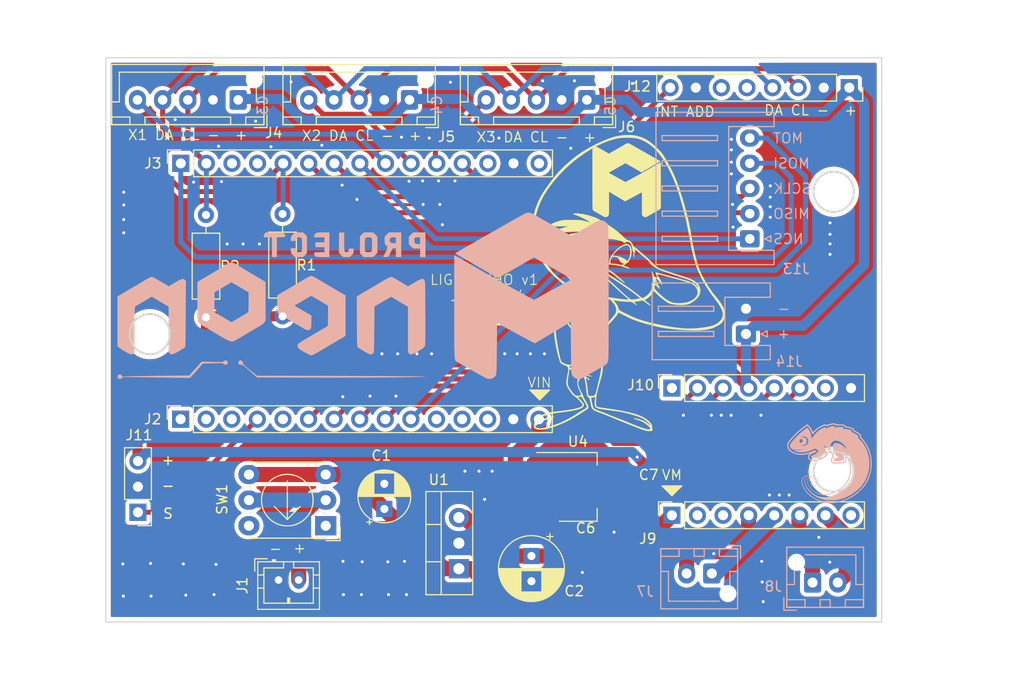
<source format=kicad_pcb>
(kicad_pcb (version 20221018) (generator pcbnew)
  (layers (0 "F.Cu" signal) (31 "B.Cu" signal) (34 "B.Paste" user) (35 "F.Paste" user) (36 "B.SilkS" user "B.Silkscreen") (37 "F.SilkS" user "F.Silkscreen") (38 "B.Mask" user) (39 "F.Mask" user) (44 "Edge.Cuts" user))
  (net 0 "")
  (net 1 "GND")
  (net 2 "5V")
  (net 3 "2s")
  (net 7 "IR")
  (net 9 "AIN1")
  (net 10 "AIN2")
  (net 11 "BIN1")
  (net 12 "BIN2")
  (net 13 "motion")
  (net 17 "MOSI sm")
  (net 18 "SCL")
  (net 21 "SDA")
  (net 22 "MISO sm")
  (net 23 "sclk")
  (net 24 "SS{slash}CS")
  (net 25 "XSHUT1")
  (net 26 "XSHUT2")
  (net 27 "XSHUT3")
  (net 28 "INT")
  (net 30 "3V3")
  (net 31 "AO2")
  (net 32 "AO1")
  (net 33 "BO2")
  (net 34 "BO1")
  (net 43 "Net-(J1-Pin_2)")
  (footprint "Logos:ligeirinho" (layer "F.Cu") (at 151.57 122.35)
    (fp_text reference "G***" hide)
    (fp_text value "LOGO" hide)
  )
  (footprint "Resistor_THT:R_Axial_DIN0207_L6.3mm_D2.5mm_P10.16mm_Horizontal" (layer "F.Cu") (at 109.94 115.6 -90)
    (fp_text reference "R2" (at 5.08 -2.37 -180) (layer "F.SilkS"))
    (fp_text value "4k7")
    (pad "1" thru_hole circle (at 0 0 270) (size 1.6 1.6) (drill 0.8) (layers "*.Cu" "*.Mask") (net 18 "SCL"))
    (pad "2" thru_hole oval (at 10.16 0 270) (size 1.6 1.6) (drill 0.8) (layers "*.Cu" "*.Mask") (net 30 "3V3"))
  )
  (footprint "Connector_PinSocket_2.54mm:PinSocket_1x08_P2.54mm_Vertical" (layer "F.Cu") (at 156.18 132.78 90)
    (fp_text reference "J10" (at 0.3 -3.09 180) (layer "F.SilkS"))
    (fp_text value "ponte H ld ESP")
    (pad "1" thru_hole rect (at 0 0 90) (size 1.7 1.7) (drill 1) (layers "*.Cu" "*.Mask"))
    (pad "2" thru_hole oval (at 0 2.54 90) (size 1.7 1.7) (drill 1) (layers "*.Cu" "*.Mask") (net 9 "AIN1"))
    (pad "3" thru_hole oval (at 0 5.08 90) (size 1.7 1.7) (drill 1) (layers "*.Cu" "*.Mask") (net 10 "AIN2"))
    (pad "4" thru_hole oval (at 0 7.62 90) (size 1.7 1.7) (drill 1) (layers "*.Cu" "*.Mask") (net 30 "3V3"))
    (pad "5" thru_hole oval (at 0 10.16 90) (size 1.7 1.7) (drill 1) (layers "*.Cu" "*.Mask") (net 11 "BIN1"))
    (pad "6" thru_hole oval (at 0 12.7 90) (size 1.7 1.7) (drill 1) (layers "*.Cu" "*.Mask") (net 12 "BIN2"))
    (pad "7" thru_hole oval (at 0 15.24 90) (size 1.7 1.7) (drill 1) (layers "*.Cu" "*.Mask"))
    (pad "8" thru_hole oval (at 0 17.78 90) (size 1.7 1.7) (drill 1) (layers "*.Cu" "*.Mask") (net 1 "GND"))
  )
  (footprint "Connector_PinHeader_2.54mm:PinHeader_1x03_P2.54mm_Vertical" (layer "F.Cu") (at 103.19 145.11 180)
    (fp_text reference "J11" (at -0.11 7.66) (layer "F.SilkS"))
    (fp_text value "VS1838B")
    (pad "1" thru_hole rect (at 0 0 180) (size 1.7 1.7) (drill 1) (layers "*.Cu" "*.Mask") (net 7 "IR"))
    (pad "2" thru_hole oval (at 0 2.54 180) (size 1.7 1.7) (drill 1) (layers "*.Cu" "*.Mask") (net 1 "GND"))
    (pad "3" thru_hole oval (at 0 5.08 180) (size 1.7 1.7) (drill 1) (layers "*.Cu" "*.Mask") (net 30 "3V3"))
  )
  (footprint "Connector_JST:JST_PH_B2B-PH-K_1x02_P2.00mm_Vertical" (layer "F.Cu") (at 117.14 151.83)
    (fp_text reference "J1" (at -3.6 0.55 90) (layer "F.SilkS"))
    (fp_text value "Bateria")
    (pad "1" thru_hole roundrect (at 0 0) (size 1.2 1.75) (drill 0.75) (layers "*.Cu" "*.Mask") (roundrect_rratio 0.2083333333) (net 1 "GND"))
    (pad "2" thru_hole oval (at 2 0) (size 1.2 1.75) (drill 0.75) (layers "*.Cu" "*.Mask") (net 43 "Net-(J1-Pin_2)"))
  )
  (footprint "Connector_PinSocket_2.54mm:PinSocket_1x08_P2.54mm_Vertical" (layer "F.Cu") (at 173.79 102.97 -90)
    (fp_text reference "J12" (at -0.13 21.04 -180) (layer "F.SilkS"))
    (fp_text value "MPU6050")
    (pad "1" thru_hole rect (at 0 0 270) (size 1.7 1.7) (drill 1) (layers "*.Cu" "*.Mask") (net 30 "3V3"))
    (pad "2" thru_hole oval (at 0 2.54 270) (size 1.7 1.7) (drill 1) (layers "*.Cu" "*.Mask") (net 1 "GND"))
    (pad "3" thru_hole oval (at 0 5.08 270) (size 1.7 1.7) (drill 1) (layers "*.Cu" "*.Mask") (net 18 "SCL"))
    (pad "4" thru_hole oval (at 0 7.62 270) (size 1.7 1.7) (drill 1) (layers "*.Cu" "*.Mask") (net 21 "SDA"))
    (pad "5" thru_hole oval (at 0 10.16 270) (size 1.7 1.7) (drill 1) (layers "*.Cu" "*.Mask"))
    (pad "6" thru_hole oval (at 0 12.7 270) (size 1.7 1.7) (drill 1) (layers "*.Cu" "*.Mask"))
    (pad "7" thru_hole oval (at 0 15.24 270) (size 1.7 1.7) (drill 1) (layers "*.Cu" "*.Mask") (net 1 "GND"))
    (pad "8" thru_hole oval (at 0 17.78 270) (size 1.7 1.7) (drill 1) (layers "*.Cu" "*.Mask") (net 28 "INT"))
  )
  (footprint "Package_TO_SOT_THT:TO-220-3_Vertical" (layer "F.Cu") (at 135.04 150.71 90)
    (fp_text reference "U1" (at 8.83 -2 180) (layer "F.SilkS"))
    (fp_text value "LM7805_TO220")
    (pad "1" thru_hole rect (at 0 0 90) (size 1.905 2) (drill 1.1) (layers "*.Cu" "*.Mask") (net 3 "2s"))
    (pad "2" thru_hole oval (at 2.54 0 90) (size 1.905 2) (drill 1.1) (layers "*.Cu" "*.Mask") (net 1 "GND"))
    (pad "3" thru_hole oval (at 5.08 0 90) (size 1.905 2) (drill 1.1) (layers "*.Cu" "*.Mask") (net 2 "5V"))
  )
  (footprint "Package_TO_SOT_SMD:SOT-223-3_TabPin2" (layer "F.Cu") (at 146.85 142.59)
    (fp_text reference "U4" (at 0 -4.5) (layer "F.SilkS"))
    (fp_text value "AMS1117-3.3")
    (pad "1" smd rect (at -3.15 -2.3) (size 2 1.5) (layers "F.Cu" "F.Paste" "F.Mask") (net 1 "GND"))
    (pad "2" smd rect (at -3.15 0) (size 2 1.5) (layers "F.Cu" "F.Paste" "F.Mask") (net 30 "3V3"))
    (pad "2" smd rect (at 3.15 0) (size 2 3.8) (layers "F.Cu" "F.Paste" "F.Mask") (net 30 "3V3"))
    (pad "3" smd rect (at -3.15 2.3) (size 2 1.5) (layers "F.Cu" "F.Paste" "F.Mask") (net 2 "5V"))
  )
  (footprint "Connector_JST:JST_XH_B5B-XH-AM_1x05_P2.50mm_Vertical" (layer "F.Cu") (at 147.74 104.18 180)
    (fp_text reference "J6" (at -3.95 -2.68) (layer "F.SilkS"))
    (fp_text value "VL53L0X  3")
    (pad "" np_thru_hole circle (at -1.6 2 180) (size 1.2 1.2) (drill 1.2) (layers "*.Cu" "*.Mask"))
    (pad "1" thru_hole roundrect (at 0 0 180) (size 1.7 1.95) (drill 0.95) (layers "*.Cu" "*.Mask") (roundrect_rratio 0.1470588235) (net 30 "3V3"))
    (pad "2" thru_hole oval (at 2.5 0 180) (size 1.7 1.95) (drill 0.95) (layers "*.Cu" "*.Mask") (net 1 "GND"))
    (pad "3" thru_hole oval (at 5 0 180) (size 1.7 1.95) (drill 0.95) (layers "*.Cu" "*.Mask") (net 18 "SCL"))
    (pad "4" thru_hole oval (at 7.5 0 180) (size 1.7 1.95) (drill 0.95) (layers "*.Cu" "*.Mask") (net 21 "SDA"))
    (pad "5" thru_hole oval (at 10 0 180) (size 1.7 1.95) (drill 0.95) (layers "*.Cu" "*.Mask") (net 27 "XSHUT3"))
  )
  (footprint "Capacitor_THT:CP_Radial_D5.0mm_P2.50mm" (layer "F.Cu") (at 127.64 144.78 90)
    (fp_text reference "C1" (at 5.3 -0.3 180) (layer "F.SilkS"))
    (fp_text value "10uF")
    (pad "1" thru_hole rect (at 0 0 90) (size 1.6 1.6) (drill 0.8) (layers "*.Cu" "*.Mask") (net 3 "2s"))
    (pad "2" thru_hole circle (at 2.5 0 90) (size 1.6 1.6) (drill 0.8) (layers "*.Cu" "*.Mask") (net 1 "GND"))
  )
  (footprint "Capacitor_THT:CP_Radial_D6.3mm_P2.50mm" (layer "F.Cu") (at 142.24 149.447621 -90)
    (fp_text reference "C2" (at 3.482379 -4.25 -180) (layer "F.SilkS"))
    (fp_text value "100uF")
    (pad "1" thru_hole rect (at 0 0 270) (size 1.6 1.6) (drill 0.8) (layers "*.Cu" "*.Mask") (net 2 "5V"))
    (pad "2" thru_hole circle (at 2.5 0 270) (size 1.6 1.6) (drill 0.8) (layers "*.Cu" "*.Mask") (net 1 "GND"))
  )
  (footprint "Connector_JST:JST_XH_B5B-XH-AM_1x05_P2.50mm_Vertical" (layer "F.Cu") (at 130.14 104.18 180)
    (fp_text reference "J5" (at -3.66 -3.66) (layer "F.SilkS"))
    (fp_text value "VL53L0X  2")
    (pad "" np_thru_hole circle (at -1.6 2 180) (size 1.2 1.2) (drill 1.2) (layers "*.Cu" "*.Mask"))
    (pad "1" thru_hole roundrect (at 0 0 180) (size 1.7 1.95) (drill 0.95) (layers "*.Cu" "*.Mask") (roundrect_rratio 0.1470588235) (net 30 "3V3"))
    (pad "2" thru_hole oval (at 2.5 0 180) (size 1.7 1.95) (drill 0.95) (layers "*.Cu" "*.Mask") (net 1 "GND"))
    (pad "3" thru_hole oval (at 5 0 180) (size 1.7 1.95) (drill 0.95) (layers "*.Cu" "*.Mask") (net 18 "SCL"))
    (pad "4" thru_hole oval (at 7.5 0 180) (size 1.7 1.95) (drill 0.95) (layers "*.Cu" "*.Mask") (net 21 "SDA"))
    (pad "5" thru_hole oval (at 10 0 180) (size 1.7 1.95) (drill 0.95) (layers "*.Cu" "*.Mask") (net 26 "XSHUT2"))
  )
  (footprint "Resistor_THT:R_Axial_DIN0207_L6.3mm_D2.5mm_P10.16mm_Horizontal" (layer "F.Cu") (at 117.54 115.5 -90)
    (fp_text reference "R1" (at 5.08 -2.37 -180) (layer "F.SilkS"))
    (fp_text value "4k7")
    (pad "1" thru_hole circle (at 0 0 270) (size 1.6 1.6) (drill 0.8) (layers "*.Cu" "*.Mask") (net 21 "SDA"))
    (pad "2" thru_hole oval (at 10.16 0 270) (size 1.6 1.6) (drill 0.8) (layers "*.Cu" "*.Mask") (net 30 "3V3"))
  )
  (footprint "Capacitor_SMD:C_0201_0603Metric" (layer "F.Cu") (at 153.875 142.44)
    (fp_text reference "C7" (at 0 -1.05) (layer "F.SilkS"))
    (fp_text value "10uF")
    (pad "1" smd roundrect (at -0.32 0) (size 0.46 0.4) (layers "F.Cu" "F.Mask") (net 30 "3V3"))
    (pad "2" smd roundrect (at 0.32 0) (size 0.46 0.4) (layers "F.Cu" "F.Mask") (net 1 "GND"))
  )
  (footprint "Connector_PinSocket_2.54mm:PinSocket_1x15_P2.54mm_Vertical" (layer "F.Cu") (at 107.44 110.48 90)
    (fp_text reference "J3" (at 0 -2.77 180) (layer "F.SilkS"))
    (fp_text value "ESP32 dir")
    (pad "1" thru_hole rect (at 0 0 90) (size 1.7 1.7) (drill 1) (layers "*.Cu" "*.Mask") (net 17 "MOSI sm"))
    (pad "2" thru_hole oval (at 0 2.54 90) (size 1.7 1.7) (drill 1) (layers "*.Cu" "*.Mask") (net 18 "SCL"))
    (pad "3" thru_hole oval (at 0 5.08 90) (size 1.7 1.7) (drill 1) (layers "*.Cu" "*.Mask"))
    (pad "4" thru_hole oval (at 0 7.62 90) (size 1.7 1.7) (drill 1) (layers "*.Cu" "*.Mask"))
    (pad "5" thru_hole oval (at 0 10.16 90) (size 1.7 1.7) (drill 1) (layers "*.Cu" "*.Mask") (net 21 "SDA"))
    (pad "6" thru_hole oval (at 0 12.7 90) (size 1.7 1.7) (drill 1) (layers "*.Cu" "*.Mask") (net 22 "MISO sm"))
    (pad "7" thru_hole oval (at 0 15.24 90) (size 1.7 1.7) (drill 1) (layers "*.Cu" "*.Mask") (net 23 "sclk"))
    (pad "8" thru_hole oval (at 0 17.78 90) (size 1.7 1.7) (drill 1) (layers "*.Cu" "*.Mask") (net 24 "SS{slash}CS"))
    (pad "9" thru_hole oval (at 0 20.32 90) (size 1.7 1.7) (drill 1) (layers "*.Cu" "*.Mask") (net 25 "XSHUT1"))
    (pad "10" thru_hole oval (at 0 22.86 90) (size 1.7 1.7) (drill 1) (layers "*.Cu" "*.Mask") (net 26 "XSHUT2"))
    (pad "11" thru_hole oval (at 0 25.4 90) (size 1.7 1.7) (drill 1) (layers "*.Cu" "*.Mask") (net 27 "XSHUT3"))
    (pad "12" thru_hole oval (at 0 27.94 90) (size 1.7 1.7) (drill 1) (layers "*.Cu" "*.Mask") (net 28 "INT"))
    (pad "13" thru_hole oval (at 0 30.48 90) (size 1.7 1.7) (drill 1) (layers "*.Cu" "*.Mask"))
    (pad "14" thru_hole oval (at 0 33.02 90) (size 1.7 1.7) (drill 1) (layers "*.Cu" "*.Mask") (net 1 "GND"))
    (pad "15" thru_hole oval (at 0 35.56 90) (size 1.7 1.7) (drill 1) (layers "*.Cu" "*.Mask"))
  )
  (footprint "Connector_PinSocket_2.54mm:PinSocket_1x15_P2.54mm_Vertical" (layer "F.Cu") (at 107.42 135.87 90)
    (fp_text reference "J2" (at 0 -2.77 180) (layer "F.SilkS"))
    (fp_text value "ESP32 esq")
    (pad "1" thru_hole rect (at 0 0 90) (size 1.7 1.7) (drill 1) (layers "*.Cu" "*.Mask"))
    (pad "2" thru_hole oval (at 0 2.54 90) (size 1.7 1.7) (drill 1) (layers "*.Cu" "*.Mask"))
    (pad "3" thru_hole oval (at 0 5.08 90) (size 1.7 1.7) (drill 1) (layers "*.Cu" "*.Mask"))
    (pad "4" thru_hole oval (at 0 7.62 90) (size 1.7 1.7) (drill 1) (layers "*.Cu" "*.Mask") (net 7 "IR"))
    (pad "5" thru_hole oval (at 0 10.16 90) (size 1.7 1.7) (drill 1) (layers "*.Cu" "*.Mask"))
    (pad "6" thru_hole oval (at 0 12.7 90) (size 1.7 1.7) (drill 1) (layers "*.Cu" "*.Mask") (net 9 "AIN1"))
    (pad "7" thru_hole oval (at 0 15.24 90) (size 1.7 1.7) (drill 1) (layers "*.Cu" "*.Mask") (net 10 "AIN2"))
    (pad "8" thru_hole oval (at 0 17.78 90) (size 1.7 1.7) (drill 1) (layers "*.Cu" "*.Mask") (net 11 "BIN1"))
    (pad "9" thru_hole oval (at 0 20.32 90) (size 1.7 1.7) (drill 1) (layers "*.Cu" "*.Mask") (net 12 "BIN2"))
    (pad "10" thru_hole oval (at 0 22.86 90) (size 1.7 1.7) (drill 1) (layers "*.Cu" "*.Mask") (net 13 "motion"))
    (pad "11" thru_hole oval (at 0 25.4 90) (size 1.7 1.7) (drill 1) (layers "*.Cu" "*.Mask"))
    (pad "12" thru_hole oval (at 0 27.94 90) (size 1.7 1.7) (drill 1) (layers "*.Cu" "*.Mask"))
    (pad "13" thru_hole oval (at 0 30.48 90) (size 1.7 1.7) (drill 1) (layers "*.Cu" "*.Mask"))
    (pad "14" thru_hole oval (at 0 33.02 90) (size 1.7 1.7) (drill 1) (layers "*.Cu" "*.Mask") (net 1 "GND"))
    (pad "15" thru_hole oval (at 0 35.56 90) (size 1.7 1.7) (drill 1) (layers "*.Cu" "*.Mask") (net 2 "5V"))
  )
  (footprint "Connector_PinSocket_2.54mm:PinSocket_1x08_P2.54mm_Vertical" (layer "F.Cu") (at 156.18 145.405 90)
    (fp_text reference "J9" (at -2.325 -2.39 180) (layer "F.SilkS"))
    (fp_text value "ponte H ld motores")
    (pad "1" thru_hole rect (at 0 0 90) (size 1.7 1.7) (drill 1) (layers "*.Cu" "*.Mask") (net 3 "2s"))
    (pad "2" thru_hole oval (at 0 2.54 90) (size 1.7 1.7) (drill 1) (layers "*.Cu" "*.Mask"))
    (pad "3" thru_hole oval (at 0 5.08 90) (size 1.7 1.7) (drill 1) (layers "*.Cu" "*.Mask"))
    (pad "4" thru_hole oval (at 0 7.62 90) (size 1.7 1.7) (drill 1) (layers "*.Cu" "*.Mask") (net 32 "AO1"))
    (pad "5" thru_hole oval (at 0 10.16 90) (size 1.7 1.7) (drill 1) (layers "*.Cu" "*.Mask") (net 31 "AO2"))
    (pad "6" thru_hole oval (at 0 12.7 90) (size 1.7 1.7) (drill 1) (layers "*.Cu" "*.Mask") (net 33 "BO2"))
    (pad "7" thru_hole oval (at 0 15.24 90) (size 1.7 1.7) (drill 1) (layers "*.Cu" "*.Mask") (net 34 "BO1"))
    (pad "8" thru_hole oval (at 0 17.78 90) (size 1.7 1.7) (drill 1) (layers "*.Cu" "*.Mask"))
  )
  (footprint "Logos:N-neon-logo-7mm" (layer "F.Cu") (at 151.69 112.13)
    (fp_text reference "G***" hide)
    (fp_text value "LOGO" hide)
  )
  (footprint "Button_Switch_THT:Nidec_Copal_SH-7010C" (layer "F.Cu") (at 121.8225 146.4425 180)
    (fp_text reference "SW1" (at 10.2825 2.6125 90) (layer "F.SilkS"))
    (fp_text value "SW_Push")
    (pad "1" thru_hole rect (at 0 0 180) (size 2.1 1.9) (drill 1) (layers "*.Cu" "*.Mask") (net 43 "Net-(J1-Pin_2)"))
    (pad "2" thru_hole oval (at 7.62 5.08 180) (size 2.1 1.9) (drill 1) (layers "*.Cu" "*.Mask") (net 3 "2s"))
    (pad "4" thru_hole oval (at 0 5.08 180) (size 2.1 1.9) (drill 1) (layers "*.Cu" "*.Mask"))
    (pad "8" thru_hole oval (at 7.62 0 180) (size 2.1 1.9) (drill 1) (layers "*.Cu" "*.Mask"))
    (pad "C" thru_hole oval (at 0 2.54 180) (size 2.1 1.9) (drill 1) (layers "*.Cu" "*.Mask"))
    (pad "C" thru_hole oval (at 7.62 2.54 180) (size 2.1 1.9) (drill 1) (layers "*.Cu" "*.Mask"))
  )
  (footprint "Connector_JST:JST_XH_B5B-XH-AM_1x05_P2.50mm_Vertical" (layer "F.Cu") (at 113.14 104.18 180)
    (fp_text reference "J4" (at -3.52 -3.28) (layer "F.SilkS"))
    (fp_text value "VL53L0X  1")
    (pad "" np_thru_hole circle (at -1.6 2 180) (size 1.2 1.2) (drill 1.2) (layers "*.Cu" "*.Mask"))
    (pad "1" thru_hole roundrect (at 0 0 180) (size 1.7 1.95) (drill 0.95) (layers "*.Cu" "*.Mask") (roundrect_rratio 0.1470588235) (net 30 "3V3"))
    (pad "2" thru_hole oval (at 2.5 0 180) (size 1.7 1.95) (drill 0.95) (layers "*.Cu" "*.Mask") (net 1 "GND"))
    (pad "3" thru_hole oval (at 5 0 180) (size 1.7 1.95) (drill 0.95) (layers "*.Cu" "*.Mask") (net 18 "SCL"))
    (pad "4" thru_hole oval (at 7.5 0 180) (size 1.7 1.95) (drill 0.95) (layers "*.Cu" "*.Mask") (net 21 "SDA"))
    (pad "5" thru_hole oval (at 10 0 180) (size 1.7 1.95) (drill 0.95) (layers "*.Cu" "*.Mask") (net 25 "XSHUT1"))
  )
  (footprint "Capacitor_SMD:C_0201_0603Metric" (layer "F.Cu") (at 147.62 147.73)
    (fp_text reference "C6" (at 0 -1.05) (layer "F.SilkS"))
    (fp_text value "100nF")
    (pad "1" smd roundrect (at -0.32 0) (size 0.46 0.4) (layers "F.Cu" "F.Mask") (net 2 "5V"))
    (pad "2" smd roundrect (at 0.32 0) (size 0.46 0.4) (layers "F.Cu" "F.Mask") (net 1 "GND"))
  )
  (footprint "Capacitor_SMD:C_0201_0603Metric" (layer "B.Cu") (at 151.13 104.77 -90)
    (fp_text reference "C5" (at 0 1.05 90) (layer "B.SilkS") (effects (justify mirror)))
    (fp_text value "10uf" hide)
    (pad "1" smd roundrect (at -0.32 0 270) (size 0.46 0.4) (layers "B.Cu" "B.Mask") (net 30 "3V3"))
    (pad "2" smd roundrect (at 0.32 0 270) (size 0.46 0.4) (layers "B.Cu" "B.Mask") (net 1 "GND"))
  )
  (footprint "Logos:neon-logo-vertical-50mm" (layer "B.Cu") (at 125.485688 124.015635 180)
    (fp_text reference "G***" hide)
    (fp_text value "LOGO" hide)
  )
  (footprint "Connector_JST:JST_XH_S2B-XH-A_1x02_P2.50mm_Horizontal" (layer "B.Cu") (at 163.53 127.41 90)
    (fp_text reference "J14" (at -2.74 4.29 180) (layer "B.SilkS") (effects (justify mirror)))
    (fp_text value "ADNS-9500 3V3")
    (pad "1" thru_hole roundrect (at 0 0 90) (size 1.7 2) (drill 1) (layers "*.Cu" "*.Mask") (roundrect_rratio 0.1470588235) (net 30 "3V3"))
    (pad "2" thru_hole oval (at 2.5 0 90) (size 1.7 2) (drill 1) (layers "*.Cu" "*.Mask") (net 1 "GND"))
  )
  (footprint "Logos:Camaneon-preto-e-branco-9mm" (layer "B.Cu") (at 171.79 140.23 180)
    (fp_text reference "G***" hide)
    (fp_text value "LOGO" hide)
  )
  (footprint "Capacitor_SMD:C_0201_0603Metric" (layer "B.Cu") (at 116.61 104.705 -90)
    (fp_text reference "C3" (at 0 1.05 90) (layer "B.SilkS") (effects (justify mirror)))
    (fp_text value "10uf" hide)
    (pad "1" smd roundrect (at -0.32 0 270) (size 0.46 0.4) (layers "B.Cu" "B.Mask") (net 30 "3V3"))
    (pad "2" smd roundrect (at 0.32 0 270) (size 0.46 0.4) (layers "B.Cu" "B.Mask") (net 1 "GND"))
  )
  (footprint "Connector_JST:JST_XH_S5B-XH-A_1x05_P2.50mm_Horizontal" (layer "B.Cu") (at 163.91 117.97 90)
    (fp_text reference "J13" (at -2.99 4.6 180) (layer "B.SilkS") (effects (justify mirror)))
    (fp_text value "ADNS-9500")
    (pad "1" thru_hole roundrect (at 0 0 90) (size 1.7 1.95) (drill 0.95) (layers "*.Cu" "*.Mask") (roundrect_rratio 0.1470588235) (net 24 "SS{slash}CS"))
    (pad "2" thru_hole oval (at 2.5 0 90) (size 1.7 1.95) (drill 0.95) (layers "*.Cu" "*.Mask") (net 22 "MISO sm"))
    (pad "3" thru_hole oval (at 5 0 90) (size 1.7 1.95) (drill 0.95) (layers "*.Cu" "*.Mask") (net 23 "sclk"))
    (pad "4" thru_hole oval (at 7.5 0 90) (size 1.7 1.95) (drill 0.95) (layers "*.Cu" "*.Mask") (net 17 "MOSI sm"))
    (pad "5" thru_hole oval (at 10 0 90) (size 1.7 1.95) (drill 0.95) (layers "*.Cu" "*.Mask") (net 13 "motion"))
  )
  (footprint "Capacitor_SMD:C_0201_0603Metric" (layer "B.Cu") (at 133.91 104.705 -90)
    (fp_text reference "C4" (at 0 1.05 90) (layer "B.SilkS") (effects (justify mirror)))
    (fp_text value "10uf" hide)
    (pad "1" smd roundrect (at -0.32 0 270) (size 0.46 0.4) (layers "B.Cu" "B.Mask") (net 30 "3V3"))
    (pad "2" smd roundrect (at 0.32 0 270) (size 0.46 0.4) (layers "B.Cu" "B.Mask") (net 1 "GND"))
  )
  (footprint "Connector_JST:JST_XH_B2B-XH-AM_1x02_P2.50mm_Vertical" (layer "B.Cu") (at 170.14 152.08)
    (fp_text reference "J8" (at -3.9 0.4) (layer "B.SilkS") (effects (justify mirror)))
    (fp_text value "Motor B")
    (pad "" np_thru_hole circle (at -1.6 -2) (size 1.2 1.2) (drill 1.2) (layers "*.Cu" "*.Mask"))
    (pad "1" thru_hole roundrect (at 0 0) (size 1.7 2) (drill 1) (layers "*.Cu" "*.Mask") (roundrect_rratio 0.1470588235) (net 33 "BO2"))
    (pad "2" thru_hole oval (at 2.5 0) (size 1.7 2) (drill 1) (layers "*.Cu" "*.Mask") (net 34 "BO1"))
  )
  (footprint "Connector_JST:JST_XH_B2B-XH-AM_1x02_P2.50mm_Vertical" (layer "B.Cu") (at 160.14 151.18 180)
    (fp_text reference "J7" hide)
    (fp_text value "Motor A")
    (fp_text user "${REFERENCE}" (at 6.61 -1.79) (layer "B.SilkS") (effects (justify mirror)))
    (pad "" np_thru_hole circle (at -1.6 -2 180) (size 1.2 1.2) (drill 1.2) (layers "*.Cu" "*.Mask"))
    (pad "1" thru_hole roundrect (at 0 0 180) (size 1.7 2) (drill 1) (layers "*.Cu" "*.Mask") (roundrect_rratio 0.1470588235) (net 31 "AO2"))
    (pad "2" thru_hole oval (at 2.5 0 180) (size 1.7 2) (drill 1) (layers "*.Cu" "*.Mask") (net 32 "AO1"))
  )
  (gr_poly (pts (xy 155.18 142.48) (xy 157.18 142.48) (xy 156.18 143.48)) (stroke (width 0.1)) (fill solid) (layer "F.SilkS"))
  (gr_poly (pts (xy 142.06 132.97) (xy 144.06 132.97) (xy 143.06 133.97)) (stroke (width 0.1)) (fill solid) (layer "F.SilkS"))
  (gr_line (start 177 156) (end 100 156) (stroke (width 0.1)) (layer "Edge.Cuts"))
  (gr_line (start 100 100) (end 177 100) (stroke (width 0.1)) (layer "Edge.Cuts"))
  (gr_circle (center 104.37 127.43) (end 106.37 127.43) (stroke (width 0.2)) (fill none) (layer "Edge.Cuts"))
  (gr_line (start 177 100) (end 177 156) (stroke (width 0.1)) (layer "Edge.Cuts"))
  (gr_circle (center 172.24 113.3) (end 174.24 113.3) (stroke (width 0.2)) (fill none) (layer "Edge.Cuts"))
  (gr_line (start 100 156) (end 100 100) (stroke (width 0.1)) (layer "Edge.Cuts"))
  (gr_circle (center 172.24 141.08) (end 174.24 141.08) (stroke (width 0.2)) (fill none) (layer "Edge.Cuts"))
  (gr_text "MISO" (at 169.94 116.07175) (layer "B.SilkS") (effects (font (size 1 1) (thickness 0.125)) (justify left bottom mirror)))
  (gr_text "+" (at 167.98 127.980625) (layer "B.SilkS") (effects (font (size 1 1) (thickness 0.125)) (justify left bottom mirror)))
  (gr_text "NCS" (at 169.320953 118.57175) (layer "B.SilkS") (effects (font (size 1 1) (thickness 0.125)) (justify left bottom mirror)))
  (gr_text "MOSI" (at 169.94 111.07175) (layer "B.SilkS") (effects (font (size 1 1) (thickness 0.125)) (justify left bottom mirror)))
  (gr_text "MOT" (at 169.273334 108.57175) (layer "B.SilkS") (effects (font (size 1 1) (thickness 0.125)) (justify left bottom mirror)))
  (gr_text "SCLK" (at 170.082858 113.57175) (layer "B.SilkS") (effects (font (size 1 1) (thickness 0.125)) (justify left bottom mirror)))
  (gr_text "-" (at 167.98 125.480625) (layer "B.SilkS") (effects (font (size 1 1) (thickness 0.125)) (justify left bottom mirror)))
  (gr_text "VIN" (at 141.78 132.83) (layer "F.SilkS") (effects (font (size 1 1) (thickness 0.1)) (justify left bottom)))
  (gr_text "X3 DA CL -  +" (at 136.71 108.46) (layer "F.SilkS") (effects (font (size 1 1) (thickness 0.125)) (justify left bottom)))
  (gr_text "LIGEIRINHO v1 \nJAN/2024" (at 137.94 124.23) (layer "F.SilkS") (effects (font (size 1 1) (thickness 0.1)) (justify bottom)))
  (gr_text "+" (at 106.89 139.48 180) (layer "F.SilkS") (effects (font (size 1 1)) (justify left bottom)))
  (gr_text "-" (at 106.89 142.02 180) (layer "F.SilkS") (effects (font (size 1 1)) (justify left bottom)))
  (gr_text "X1 DA CL -  +" (at 102.12 108.24) (layer "F.SilkS") (effects (font (size 1 1) (thickness 0.125)) (justify left bottom)))
  (gr_text "-" (at 117.54 148.28 180) (layer "F.SilkS") (effects (font (size 1 1) (thickness 0.125)) (justify left bottom)))
  (gr_text "VM" (at 156.18 141.99) (layer "F.SilkS") (effects (font (size 1 1) (thickness 0.125)) (justify bottom)))
  (gr_text "DA CL -  +" (at 165.27 105.79) (layer "F.SilkS") (effects (font (size 1 1) (thickness 0.125)) (justify left bottom)))
  (gr_text "X2 DA CL -  +" (at 119.38 108.31) (layer "F.SilkS") (effects (font (size 1 1) (thickness 0.125)) (justify left bottom)))
  (gr_text "+" (at 119.74 149.43 90) (layer "F.SilkS") (effects (font (size 1 1) (thickness 0.125)) (justify left bottom)))
  (gr_text "INT ADD" (at 154.44 105.94) (layer "F.SilkS") (effects (font (size 1 1) (thickness 0.125)) (justify left bottom)))
  (gr_text "S" (at 106.747143 144.56 180) (layer "F.SilkS") (effects (font (size 1 1)) (justify left bottom)))
  (via (at 162.25 116.81) (size 0.6) (drill 0.3) (layers "F.Cu" "B.Cu") (net 1))
  (via (at 104.44 150.18) (size 0.6) (drill 0.3) (layers "F.Cu" "B.Cu") (net 1))
  (via (at 107.94 153.33) (size 0.6) (drill 0.3) (layers "F.Cu" "B.Cu") (net 1))
  (via (at 171.87 117.52) (size 0.6) (drill 0.3) (layers "F.Cu" "B.Cu") (net 1))
  (via (at 165.14 152.03) (size 0.6) (drill 0.3) (layers "F.Cu" "B.Cu") (net 1))
  (via (at 106.88 106.14) (size 0.6) (drill 0.3) (layers "F.Cu" "B.Cu") (net 1))
  (via (at 101.78 117.37) (size 0.6) (drill 0.3) (layers "F.Cu" "B.Cu") (net 1))
  (via (at 116.39 108.83) (size 0.6) (drill 0.3) (layers "F.Cu" "B.Cu") (net 1))
  (via (at 127.99 150.03) (size 0.6) (drill 0.3) (layers "F.Cu" "B.Cu") (net 1))
  (via (at 126.22 133.58) (size 0.6) (drill 0.3) (layers "F.Cu" "B.Cu") (net 1))
  (via (at 128.97 129.38) (size 0.6) (drill 0.3) (layers "F.Cu" "B.Cu") (net 1))
  (via (at 170.76 147.59) (size 0.6) (drill 0.3) (layers "F.Cu" "B.Cu") (net 1))
  (via (at 101.69 150.23) (size 0.6) (drill 0.3) (layers "F.Cu" "B.Cu") (net 1))
  (via (at 165.94 115.83) (size 0.6) (drill 0.3) (layers "F.Cu" "B.Cu") (net 1))
  (via (at 160.33 149.21) (size 0.6) (drill 0.3) (layers "F.Cu" "B.Cu") (net 1))
  (via (at 101.78 114.61) (size 0.6) (drill 0.3) (layers "F.Cu" "B.Cu") (net 1))
  (via (at 132.1 107.97) (size 0.6) (drill 0.3) (layers "F.Cu" "B.Cu") (net 1))
  (via (at 101.78 113.34) (size 0.6) (drill 0.3) (layers "F.Cu" "B.Cu") (net 1))
  (via (at 134.65 112.22) (size 0.6) (drill 0.3) (layers "F.Cu" "B.Cu") (net 1))
  (via (at 162.08 109.14) (size 0.6) (drill 0.3) (layers "F.Cu" "B.Cu") (net 1))
  (via (at 123.45 112.64) (size 0.6) (drill 0.3) (layers "F.Cu" "B.Cu") (net 1))
  (via (at 162.08 111.52) (size 0.6) (drill 0.3) (layers "F.Cu" "B.Cu") (net 1))
  (via (at 137.59 143.83) (size 0.6) (drill 0.3) (layers "F.Cu" "B.Cu") (net 1))
  (via (at 125.44 150.03) (size 0.6) (drill 0.3) (layers "F.Cu" "B.Cu") (net 1))
  (via (at 139.01 107.97) (size 0.6) (drill 0.3) (layers "F.Cu" "B.Cu") (net 1))
  (via (at 162.08 108.1) (size 0.6) (drill 0.3) (layers "F.Cu" "B.Cu") (net 1))
  (via (at 101.78 116.06) (size 0.6) (drill 0.3) (layers "F.Cu" "B.Cu") (net 1))
  (via (at 152.26 102.55) (size 0.6) (drill 0.3) (layers "F.Cu" "B.Cu") (net 1))
  (via (at 140.82 129.38) (size 0.6) (drill 0.3) (layers "F.Cu" "B.Cu") (net 1))
  (via (at 113.62 118.48) (size 0.6) (drill 0.3) (layers "F.Cu" "B.Cu") (net 1))
  (via (at 123.54 149.98) (size 0.6) (drill 0.3) (layers "F.Cu" "B.Cu") (net 1))
  (via (at 147.29 151.08) (size 0.6) (drill 0.3) (layers "F.Cu" "B.Cu") (net 1))
  (via (at 132.33 129.38) (size 0.6) (drill 0.3) (layers "F.Cu" "B.Cu") (net 1))
  (via (at 165.94 112.71) (size 0.6) (drill 0.3) (layers "F.Cu" "B.Cu") (net 1))
  (via (at 143.35 102.29) (size 0.6) (drill 0.3) (layers "F.Cu" "B.Cu") (net 1))
  (via (at 128.79 133.58) (size 0.6) (drill 0.3) (layers "F.Cu" "B.Cu") (net 1))
  (via (at 167.82 143.4) (size 0.6) (drill 0.3) (layers "F.Cu" "B.Cu") (net 1))
  (via (at 162.06 135.48) (size 0.6) (drill 0.3) (layers "F.Cu" "B.Cu") (net 1))
  (via (at 171.87 119.51) (size 0.6) (drill 0.3) (layers "F.Cu" "B.Cu") (net 1))
  (via (at 165.94 114.79) (size 0.6) (drill 0.3) (layers "F.Cu" "B.Cu") (net 1))
  (via (at 165.24 153.98) (size 0.6) (drill 0.3) (layers "F.Cu" "B.Cu") (net 1))
  (via (at 128.051425 153.28) (size 0.6) (drill 0.3) (layers "F.Cu" "B.Cu") (net 1))
  (via (at 101.74 153.43) (size 0.6) (drill 0.3) (layers "F.Cu" "B.Cu") (net 1))
  (via (at 130.09 112.26) (size 0.6) (drill 0.3) (layers "F.Cu" "B.Cu") (net 1))
  (via (at 160.1 135.48) (size 0.6) (drill 0.3) (layers "F.Cu" "B.Cu") (net 1))
  (via (at 110.74 153.28) (size 0.6) (drill 0.3) (layers "F.Cu" "B.Cu") (net 1))
  (via (at 137.04 141.03) (size 0.6) (drill 0.3) (layers "F.Cu" "B.Cu") (net 1))
  (via (at 123.52 133.64) (size 0.6) (drill 0.3) (layers "F.Cu" "B.Cu") (net 1))
  (via (at 165.02 135.48) (size 0.6) (drill 0.3) (layers "F.Cu" "B.Cu") (net 1))
  (via (at 123.58 153.28) (size 0.6) (drill 0.3) (layers "F.Cu" "B.Cu") (net 1))
  (via (at 171.87 118.47) (size 0.6) (drill 0.3) (layers "F.Cu" "B.Cu") (net 1))
  (via (at 124.93 114.06) (size 0.6) (drill 0.3) (layers "F.Cu" "B.Cu") (net 1))
  (via (at 165.94 113.84) (size 0.6) (drill 0.3) (layers "F.Cu" "B.Cu") (net 1))
  (via (at 110.94 150.28) (size 0.6) (drill 0.3) (layers "F.Cu" "B.Cu") (net 1))
  (via (at 125.36857 153.28) (size 0.6) (drill 0.3) (layers "F.Cu" "B.Cu") (net 1))
  (via (at 131.49 114.56) (size 0.6) (drill 0.3) (layers "F.Cu" "B.Cu") (net 1))
  (via (at 115.25 118.48) (size 0.6) (drill 0.3) (layers "F.Cu" "B.Cu") (net 1))
  (via (at 130.88 129.38) (size 0.6) (drill 0.3) (layers "F.Cu" "B.Cu") (net 1))
  (via (at 138.34 141.03) (size 0.6) (drill 0.3) (layers "F.Cu" "B.Cu") (net 1))
  (via (at 114.87 106.29) (size 0.6) (drill 0.3) (layers "F.Cu" "B.Cu") (net 1))
  (via (at 143.53 129.38) (size 0.6) (drill 0.3) (layers "F.Cu" "B.Cu") (net 1))
  (via (at 111.48 112.29) (size 0.6) (drill 0.3) (layers "F.Cu" "B.Cu") (net 1))
  (via (at 161.08 135.48) (size 0.6) (drill 0.3) (layers "F.Cu" "B.Cu") (net 1))
  (via (at 121.44 108.68) (size 0.6) (drill 0.3) (layers "F.Cu" "B.Cu") (net 1))
  (via (at 139.59 129.38) (size 0.6) (drill 0.3) (layers "F.Cu" "B.Cu") (net 1))
  (via (at 111.19 108.78) (size 0.6) (drill 0.3) (layers "F.Cu" "B.Cu") (net 1))
  (via (at 129.84 153.28) (size 0.6) (drill 0.3) (layers "F.Cu" "B.Cu") (net 1))
  (via (at 165.09 149.98) (size 0.6) (drill 0.3) (layers "F.Cu" "B.Cu") (net 1))
  (via (at 133.4 116.57) (size 0.6) (drill 0.3) (layers "F.Cu" "B.Cu") (net 1))
  (via (at 157.32 135.48) (size 0.6) (drill 0.3) (layers "F.Cu" "B.Cu") (net 1))
  (via (at 131.44 112.22) (size 0.6) (drill 0.3) (layers "F.Cu" "B.Cu") (net 1))
  (via (at 107.69 150.23) (size 0.6) (drill 0.3) (layers "F.Cu" "B.Cu") (net 1))
  (via (at 129.64 149.98) (size 0.6) (drill 0.3) (layers "F.Cu" "B.Cu") (net 1))
  (via (at 162.2 114.55) (size 0.6) (drill 0.3) (layers "F.Cu" "B.Cu") (net 1))
  (via (at 165.86 143.4) (size 0.6) (drill 0.3) (layers "F.Cu" "B.Cu") (net 1))
  (via (at 108.71 112.34) (size 0.6) (drill 0.3) (layers "F.Cu" "B.Cu") (net 1))
  (via (at 135.64 141.03) (size 0.6) (drill 0.3) (layers "F.Cu" "B.Cu") (net 1))
  (via (at 162.08 110.36) (size 0.6) (drill 0.3) (layers "F.Cu" "B.Cu") (net 1))
  (via (at 112.04 118.48) (size 0.6) (drill 0.3) (layers "F.Cu" "B.Cu") (net 1))
  (via (at 133.15 114.56) (size 0.6) (drill 0.3) (layers "F.Cu" "B.Cu") (net 1))
  (via (at 133.02 112.22) (size 0.6) (drill 0.3) (layers "F.Cu" "B.Cu") (net 1))
  (via (at 129.34 107.88) (size 0.6) (drill 0.3) (layers "F.Cu" "B.Cu") (net 1))
  (via (at 146.51 102.29) (size 0.6) (drill 0.3) (layers "F.Cu" "B.Cu") (net 1))
  (via (at 127.4 129.38) (size 0.6) (drill 0.3) (layers "F.Cu" "B.Cu") (net 1))
  (via (at 150.44 147.08) (size 0.6) (drill 0.3) (layers "F.Cu" "B.Cu") (net 1))
  (via (at 104.49 153.43) (size 0.6) (drill 0.3) (layers "F.Cu" "B.Cu") (net 1))
  (via (at 142.14 129.38) (size 0.6) (drill 0.3) (layers "F.Cu" "B.Cu") (net 1))
  (via (at 171.87 116.39) (size 0.6) (drill 0.3) (layers "F.Cu" "B.Cu") (net 1))
  (via (at 118.38 102.4) (size 0.6) (drill 0.3) (layers "F.Cu" "B.Cu") (net 1))
  (via (at 171.85 150.06) (size 0.6) (drill 0.3) (layers "F.Cu" "B.Cu") (net 1))
  (via (at 134.2 102.43) (size 0.6) (drill 0.3) (layers "F.Cu" "B.Cu") (net 1))
  (via (at 146.14 108.98) (size 0.6) (drill 0.3) (layers "F.Cu" "B.Cu") (net 1))
  (via (at 166.84 143.4) (size 0.6) (drill 0.3) (layers "F.Cu" "B.Cu") (net 1))
  (segment (start 135.64 145.63) (end 139.457621 149.447621) (width 1.5) (layer "F.Cu") (net 2))
  (segment (start 146.76 148.264924) (end 146.76 146.3) (width 1.5) (layer "F.Cu") (net 2))
  (segment (start 145.577303 149.447621) (end 146.76 148.264924) (width 1.5) (layer "F.Cu") (net 2))
  (segment (start 142.98 137.09) (end 140.64 139.43) (width 1.5) (layer "F.Cu") (net 2))
  (segment (start 142.98 135.87) (end 142.98 137.09) (width 1.5) (layer "F.Cu") (net 2))
  (segment (start 145.35 144.89) (end 143.7 144.89) (width 1.5) (layer "F.Cu") (net 2))
  (segment (start 140.64 139.43) (end 140.64 142.83) (width 1.5) (layer "F.Cu") (net 2))
  (segment (start 142.24 149.447621) (end 145.577303 149.447621) (width 1.5) (layer "F.Cu") (net 2))
  (segment (start 135.04 145.63) (end 135.64 145.63) (width 1.5) (layer "F.Cu") (net 2))
  (segment (start 139.457621 149.447621) (end 142.24 149.447621) (width 1.5) (layer "F.Cu") (net 2))
  (segment (start 146.76 146.3) (end 145.35 144.89) (width 1.5) (layer "F.Cu") (net 2))
  (segment (start 140.64 142.83) (end 142.7 144.89) (width 1.5) (layer "F.Cu") (net 2))
  (segment (start 142.7 144.89) (end 143.7 144.89) (width 1.5) (layer "F.Cu") (net 2))
  (segment (start 143.6725 144.9175) (end 143.7 144.89) (width 1.5) (layer "F.Cu") (net 2))
  (segment (start 135.04 150.71) (end 136.32 150.71) (width 1.5) (layer "F.Cu") (net 3))
  (segment (start 136.32 150.71) (end 139.64 154.03) (width 1.5) (layer "F.Cu") (net 3))
  (segment (start 124.2225 141.3625) (end 127.64 144.78) (width 1.5) (layer "F.Cu") (net 3))
  (segment (start 133.57 150.71) (end 135.04 150.71) (width 1.5) (layer "F.Cu") (net 3))
  (segment (start 139.64 154.03) (end 147.555 154.03) (width 1.5) (layer "F.Cu") (net 3))
  (segment (start 127.64 144.78) (end 133.57 150.71) (width 1.5) (layer "F.Cu") (net 3))
  (segment (start 114.2025 141.3625) (end 121.8225 141.3625) (width 1.5) (layer "F.Cu") (net 3))
  (segment (start 147.555 154.03) (end 156.18 145.405) (width 1.5) (layer "F.Cu") (net 3))
  (segment (start 121.8225 141.3625) (end 124.2225 141.3625) (width 1.5) (layer "F.Cu") (net 3))
  (segment (start 105.8 145.11) (end 115.04 135.87) (width 0.5) (layer "F.Cu") (net 7))
  (segment (start 103.19 145.11) (end 105.8 145.11) (width 0.5) (layer "F.Cu") (net 7))
  (segment (start 155.42 136.08) (end 151.24 136.08) (width 0.5) (layer "F.Cu") (net 9))
  (segment (start 125.51 130.48) (end 120.12 135.87) (width 0.5) (layer "F.Cu") (net 9))
  (segment (start 151.24 136.08) (end 145.64 130.48) (width 0.5) (layer "F.Cu") (net 9))
  (segment (start 158.72 132.78) (end 155.42 136.08) (width 0.5) (layer "F.Cu") (net 9))
  (segment (start 145.64 130.48) (end 125.51 130.48) (width 0.5) (layer "F.Cu") (net 9))
  (segment (start 122.66 135.87) (end 127.35 131.18) (width 0.5) (layer "F.Cu") (net 10))
  (segment (start 150.97995 136.84005) (end 157.19995 136.84005) (width 0.5) (layer "F.Cu") (net 10))
  (segment (start 157.19995 136.84005) (end 161.26 132.78) (width 0.5) (layer "F.Cu") (net 10))
  (segment (start 145.319899 131.18) (end 150.97995 136.84005) (width 0.5) (layer "F.Cu") (net 10))
  (segment (start 127.35 131.18) (end 145.319899 131.18) (width 0.5) (layer "F.Cu") (net 10))
  (segment (start 128.94 132.13) (end 125.2 135.87) (width 0.5) (layer "F.Cu") (net 11))
  (segment (start 129.14 131.88) (end 128.94 132.08) (width 0.5) (layer "F.Cu") (net 11))
  (segment (start 145.02995 131.88) (end 129.14 131.88) (width 0.5) (layer "F.Cu") (net 11))
  (segment (start 161.54 137.58) (end 150.72995 137.58) (width 0.5) (layer "F.Cu") (net 11))
  (segment (start 150.72995 137.58) (end 145.02995 131.88) (width 0.5) (layer "F.Cu") (net 11))
  (segment (start 166.34 132.78) (end 161.54 137.58) (width 0.5) (layer "F.Cu") (net 11))
  (segment (start 128.94 132.08) (end 128.94 132.13) (width 0.5) (layer "F.Cu") (net 11))
  (segment (start 150.44 138.28) (end 163.38 138.28) (width 0.5) (layer "F.Cu") (net 12))
  (segment (start 144.74 132.58) (end 150.44 138.28) (width 0.5) (layer "F.Cu") (net 12))
  (segment (start 127.74 135.87) (end 131.03 132.58) (width 0.5) (layer "F.Cu") (net 12))
  (segment (start 131.03 132.58) (end 144.74 132.58) (width 0.5) (layer "F.Cu") (net 12))
  (segment (start 163.38 138.28) (end 168.88 132.78) (width 0.5) (layer "F.Cu") (net 12))
  (segment (start 163.91 107.97) (end 165.6 107.97) (width 0.5) (layer "B.Cu") (net 13))
  (segment (start 169.44 111.81) (end 169.44 118.140661) (width 0.5) (layer "B.Cu") (net 13))
  (segment (start 166.500661 121.08) (end 145.07 121.08) (width 0.5) (layer "B.Cu") (net 13))
  (segment (start 165.6 107.97) (end 169.44 111.81) (width 0.5) (layer "B.Cu") (net 13))
  (segment (start 145.07 121.08) (end 130.28 135.87) (width 0.5) (layer "B.Cu") (net 13))
  (segment (start 169.44 118.140661) (end 166.500661 121.08) (width 0.5) (layer "B.Cu") (net 13))
  (segment (start 107.44 118.28) (end 107.44 110.48) (width 0.5) (layer "B.Cu") (net 17))
  (segment (start 166.62 110.47) (end 168.04 111.89) (width 0.5) (layer "B.Cu") (net 17))
  (segment (start 108.94 119.78) (end 107.44 118.28) (width 0.5) (layer "B.Cu") (net 17))
  (segment (start 166.34 119.78) (end 108.94 119.78) (width 0.5) (layer "B.Cu") (net 17))
  (segment (start 168.04 118.08) (end 166.34 119.78) (width 0.5) (layer "B.Cu") (net 17))
  (segment (start 168.04 111.89) (end 168.04 118.08) (width 0.5) (layer "B.Cu") (net 17))
  (segment (start 163.91 110.47) (end 166.62 110.47) (width 0.5) (layer "B.Cu") (net 17))
  (segment (start 166.82 101.08) (end 145.84 101.08) (width 0.5) (layer "F.Cu") (net 18))
  (segment (start 142.74 104.18) (end 139.64 101.08) (width 0.5) (layer "F.Cu") (net 18))
  (segment (start 108.14 104.18) (end 108.14 108.64) (width 0.5) (layer "F.Cu") (net 18))
  (segment (start 139.64 101.08) (end 128.24 101.08) (width 0.5) (layer "F.Cu") (net 18))
  (segment (start 168.71 102.97) (end 166.82 101.08) (width 0.5) (layer "F.Cu") (net 18))
  (segment (start 111.24 101.08) (end 108.14 104.18) (width 0.5) (layer "F.Cu") (net 18))
  (segment (start 125.14 104.18) (end 122.04 101.08) (width 0.5) (layer "F.Cu") (net 18))
  (segment (start 128.24 101.08) (end 125.14 104.18) (width 0.5) (layer "F.Cu") (net 18))
  (segment (start 145.84 101.08) (end 142.74 104.18) (width 0.5) (layer "F.Cu") (net 18))
  (segment (start 108.14 108.64) (end 109.98 110.48) (width 0.5) (layer "F.Cu") (net 18))
  (segment (start 122.04 101.08) (end 111.24 101.08) (width 0.5) (layer "F.Cu") (net 18))
  (segment (start 109.98 110.48) (end 109.98 115.56) (width 0.5) (layer "B.Cu") (net 18))
  (segment (start 109.98 115.56) (end 109.94 115.6) (width 0.5) (layer "B.Cu") (net 18))
  (segment (start 105.64 111.28) (end 107.64 113.28) (width 0.5) (layer "F.Cu") (net 21))
  (segment (start 107.64 113.28) (end 114.8 113.28) (width 0.5) (layer "F.Cu") (net 21))
  (segment (start 114.8 113.28) (end 117.6 110.48) (width 0.5) (layer "F.Cu") (net 21))
  (segment (start 105.64 104.18) (end 105.64 111.28) (width 0.5) (layer "F.Cu") (net 21))
  (segment (start 143.34 101.08) (end 140.24 104.18) (width 0.5) (layer "B.Cu") (net 21))
  (segment (start 122.64 104.18) (end 119.54 101.08) (width 0.5) (layer "B.Cu") (net 21))
  (segment (start 119.54 101.08) (end 108.74 101.08) (width 0.5) (layer "B.Cu") (net 21))
  (segment (start 108.74 101.08) (end 105.64 104.18) (width 0.5) (layer "B.Cu") (net 21))
  (segment (start 117.6 110.48) (end 117.6 115.44) (width 0.5) (layer "B.Cu") (net 21))
  (segment (start 140.24 104.18) (end 137.14 101.08) (width 0.5) (layer "B.Cu") (net 21))
  (segment (start 166.17 102.97) (end 164.28 101.08) (width 0.5) (layer "B.Cu") (net 21))
  (segment (start 137.14 101.08) (end 125.74 101.08) (width 0.5) (layer "B.Cu") (net 21))
  (segment (start 125.74 101.08) (end 122.64 104.18) (width 0.5) (layer "B.Cu") (net 21))
  (segment (start 164.28 101.08) (end 143.34 101.08) (width 0.5) (layer "B.Cu") (net 21))
  (segment (start 117.6 115.44) (end 117.54 115.5) (width 0.5) (layer "B.Cu") (net 21))
  (segment (start 163.82 115.38) (end 125.04 115.38) (width 0.5) (layer "F.Cu") (net 22))
  (segment (start 125.04 115.38) (end 120.14 110.48) (width 0.5) (layer "F.Cu") (net 22))
  (segment (start 163.91 115.47) (end 163.82 115.38) (width 0.5) (layer "F.Cu") (net 22))
  (segment (start 130.480661 113.79) (end 125.99 113.79) (width 0.5) (layer "F.Cu") (net 23))
  (segment (start 163.1 113.78) (end 130.490661 113.78) (width 0.5) (layer "F.Cu") (net 23))
  (segment (start 125.99 113.79) (end 122.68 110.48) (width 0.5) (layer "F.Cu") (net 23))
  (segment (start 163.91 112.97) (end 163.1 113.78) (width 0.5) (layer "F.Cu") (net 23))
  (segment (start 130.490661 113.78) (end 130.480661 113.79) (width 0.5) (layer "F.Cu") (net 23))
  (segment (start 163.91 117.97) (end 132.71 117.97) (width 0.5) (layer "B.Cu") (net 24))
  (segment (start 132.71 117.97) (end 125.22 110.48) (width 0.5) (layer "B.Cu") (net 24))
  (segment (start 106.54 107.58) (end 124.86 107.58) (width 0.5) (layer "B.Cu") (net 25))
  (segment (start 124.86 107.58) (end 127.76 110.48) (width 0.5) (layer "B.Cu") (net 25))
  (segment (start 103.14 104.18) (end 106.54 107.58) (width 0.5) (layer "B.Cu") (net 25))
  (segment (start 125.425 105.605) (end 130.3 110.48) (width 0.5) (layer "F.Cu") (net 26))
  (segment (start 120.14 104.18) (end 121.565 105.605) (width 0.5) (layer "F.Cu") (net 26))
  (segment (start 121.565 105.605) (end 125.425 105.605) (width 0.5) (layer "F.Cu") (net 26))
  (segment (start 132.709339 110.349339) (end 132.84 110.48) (width 0.5) (layer "F.Cu") (net 27))
  (segment (start 132.709339 109.210661) (end 132.709339 110.349339) (width 0.5) (layer "F.Cu") (net 27))
  (segment (start 137.74 104.18) (end 132.709339 109.210661) (width 0.5) (layer "F.Cu") (net 27))
  (segment (start 136.95 112.05) (end 135.38 110.48) (width 0.5) (layer "F.Cu") (net 28))
  (segment (start 146.93 112.05) (end 136.95 112.05) (width 0.5) (layer "F.Cu") (net 28))
  (segment (start 156.01 102.97) (end 146.93 112.05) (width 0.5) (layer "F.Cu") (net 28))
  (segment (start 109.94 125.76) (end 109.94 126.98) (width 1) (layer "F.Cu") (net 30))
  (segment (start 153.265 140.155) (end 152.74 139.63) (width 1) (layer "F.Cu") (net 30))
  (segment (start 150 142.59) (end 152.865 142.59) (width 1.5) (layer "F.Cu") (net 30))
  (segment (start 153.265 142.44) (end 153.265 140.155) (width 1) (layer "F.Cu") (net 30))
  (segment (start 163.8 132.78) (end 156.68 125.66) (width 1) (layer "F.Cu") (net 30))
  (segment (start 143.7 142.59) (end 150 142.59) (width 1.5) (layer "F.Cu") (net 30))
  (segment (start 110.04 125.66) (end 109.94 125.76) (width 1) (layer "F.Cu") (net 30))
  (segment (start 103.14 139.98) (end 103.19 140.03) (width 1) (layer "F.Cu") (net 30))
  (segment (start 152.865 142.59) (end 153.015 142.44) (width 1.5) (layer "F.Cu") (net 30))
  (segment (start 117.54 125.66) (end 110.04 125.66) (width 1) (layer "F.Cu") (net 30))
  (segment (start 109.94 126.98) (end 103.14 133.78) (width 1) (layer "F.Cu") (net 30))
  (segment (start 103.14 133.78) (end 103.14 139.98) (width 1) (layer "F.Cu") (net 30))
  (segment (start 156.68 125.66) (end 117.54 125.66) (width 1) (layer "F.Cu") (net 30))
  (via (at 152.74 139.63) (size 0.6) (drill 0.3) (layers "F.Cu" "B.Cu") (net 30))
  (segment (start 163.53 132.51) (end 163.8 132.78) (width 1) (layer "B.Cu") (net 30))
  (segment (start 103.19 140.03) (end 104.09 139.13) (width 1) (layer "B.Cu") (net 30))
  (segment (start 173.79 102.97) (end 171.38 105.38) (width 1) (layer "B.Cu") (net 30))
  (segment (start 145.79 106.13) (end 137.372969 106.13) (width 1) (layer "B.Cu") (net 30))
  (segment (start 130.14 104.18) (end 128.09 106.23) (width 1) (layer "B.Cu") (net 30))
  (segment (start 113.225 104.095) (end 116.61 104.095) (width 1) (layer "B.Cu") (net 30))
  (segment (start 152.895 105.38) (end 151.685 104.17) (width 1) (layer "B.Cu") (net 30))
  (segment (start 175.24 104.42) (end 175.24 120.58) (width 1) (layer "B.Cu") (net 30))
  (segment (start 104.09 139.13) (end 152.24 139.13) (width 1) (layer "B.Cu") (net 30))
  (segment (start 173.79 102.97) (end 175.24 104.42) (width 1) (layer "B.Cu") (net 30))
  (segment (start 151.685 104.17) (end 147.75 104.17) (width 1) (layer "B.Cu") (net 30))
  (segment (start 164.34 126.6) (end 163.53 127.41) (width 1) (layer "B.Cu") (net 30))
  (segment (start 147.74 104.18) (end 145.79 106.13) (width 1) (layer "B.Cu") (net 30))
  (segment (start 119.49 106.23) (end 117.355 104.095) (width 1) (layer "B.Cu") (net 30))
  (segment (start 171.38 105.38) (end 152.895 105.38) (width 1) (layer "B.Cu") (net 30))
  (segment (start 113.14 104.18) (end 113.225 104.095) (width 1) (layer "B.Cu") (net 30))
  (segment (start 130.14 104.18) (end 130.225 104.095) (width 1) (layer "B.Cu") (net 30))
  (segment (start 137.372969 106.13) (end 135.337969 104.095) (width 1) (layer "B.Cu") (net 30))
  (segment (start 117.355 104.095) (end 116.841371 104.095) (width 1) (layer "B.Cu") (net 30))
  (segment (start 152.24 139.13) (end 152.74 139.63) (width 1) (layer "B.Cu") (net 30))
  (segment (start 130.225 104.095) (end 133.91 104.095) (width 1) (layer "B.Cu") (net 30))
  (segment (start 175.24 120.58) (end 169.22 126.6) (width 1) (layer "B.Cu") (net 30))
  (segment (start 128.09 106.23) (end 119.49 106.23) (width 1) (layer "B.Cu") (net 30))
  (segment (start 135.337969 104.095) (end 134.141371 104.095) (width 1) (layer "B.Cu") (net 30))
  (segment (start 147.75 104.17) (end 147.74 104.18) (width 1) (layer "B.Cu") (net 30))
  (segment (start 163.53 127.41) (end 163.53 132.51) (width 1) (layer "B.Cu") (net 30))
  (segment (start 169.22 126.6) (end 164.34 126.6) (width 1) (layer "B.Cu") (net 30))
  (segment (start 166.34 145.405) (end 166.34 145.410585) (width 1.5) (layer "B.Cu") (net 31))
  (segment (start 160.470585 151.28) (end 160.04 151.28) (width 1.5) (layer "B.Cu") (net 31))
  (segment (start 166.34 145.410585) (end 160.470585 151.28) (width 1.5) (layer "B.Cu") (net 31))
  (segment (start 163.8 146.607081) (end 162.827081 147.58) (width 1.5) (layer "F.Cu") (net 32))
  (segment (start 157.64 149.68) (end 157.64 151.18) (width 1.5) (layer "F.Cu") (net 32))
  (segment (start 159.74 147.58) (end 157.64 149.68) (width 1.5) (layer "F.Cu") (net 32))
  (segment (start 163.8 145.405) (end 163.8 146.607081) (width 1.5) (layer "F.Cu") (net 32))
  (segment (start 162.827081 147.58) (end 159.74 147.58) (width 1.5) (layer "F.Cu") (net 32))
  (segment (start 168.79 148.067258) (end 170.14 149.417258) (width 1.5) (layer "F.Cu") (net 33))
  (segment (start 168.79 145.495) (end 168.79 148.067258) (width 1.5) (layer "F.Cu") (net 33))
  (segment (start 170.14 149.417258) (end 170.14 152.08) (width 1.5) (layer "F.Cu") (net 33))
  (segment (start 168.88 145.405) (end 168.79 145.495) (width 1.5) (layer "F.Cu") (net 33))
  (segment (start 171.42 145.405) (end 171.42 145.410585) (width 1.5) (layer "F.Cu") (net 34))
  (segment (start 171.42 145.410585) (end 173.5 147.490585) (width 1.5) (layer "F.Cu") (net 34))
  (segment (start 173.5 151.22) (end 172.64 152.08) (width 1.5) (layer "F.Cu") (net 34))
  (segment (start 173.5 147.490585) (end 173.5 151.22) (width 1.5) (layer "F.Cu") (net 34))
  (segment (start 120.9175 143.9025) (end 121.8225 143.9025) (width 1.5) (layer "F.Cu") (net 43))
  (segment (start 119.14 151.83) (end 119.14 145.68) (width 1.5) (layer "F.Cu") (net 43))
  (segment (start 119.14 145.68) (end 120.9175 143.9025) (width 1.5) (layer "F.Cu") (net 43))
  (segment (start 114.2025 143.9025) (end 121.8225 143.9025) (width 1.5) (layer "B.Cu") (net 43))
  (zone (net 1) (net_name "GND") (layers "F&B.Cu") (connect_pads yes (clearance 0.4)) (min_thickness 0.25) (fill yes (thermal_gap 0.3) (thermal_bridge_width 0.5))
    (polygon (pts (xy 99.06 98.552) (xy 178.054 98.552) (xy 178.054 156.972) (xy 99.06 156.972)))
  )
)
</source>
